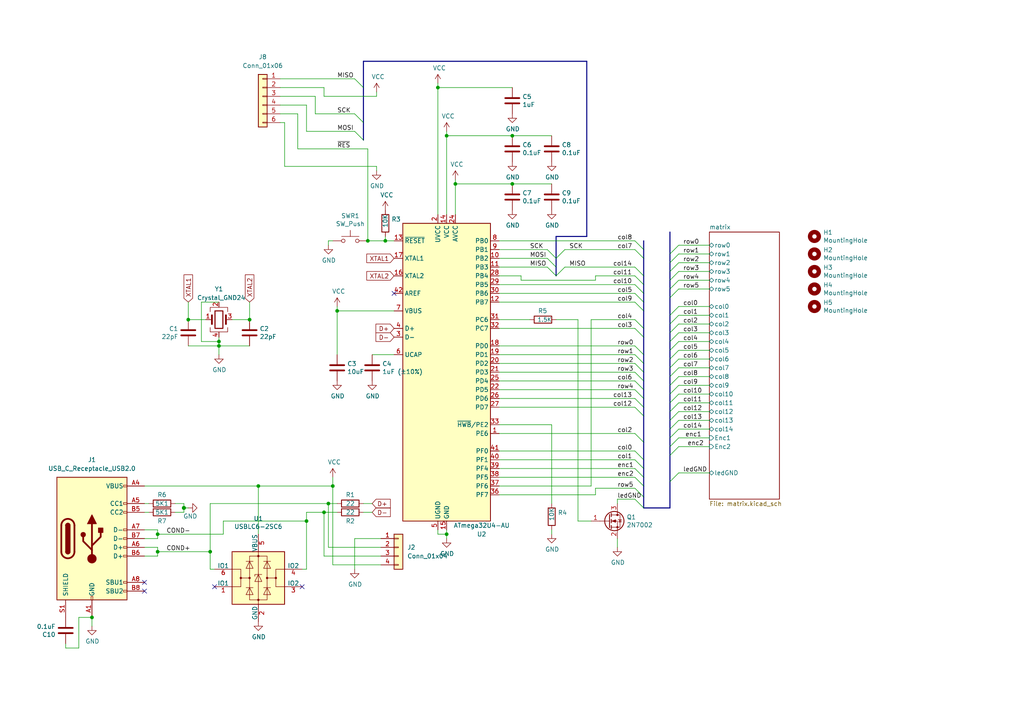
<source format=kicad_sch>
(kicad_sch (version 20250114) (generator "eeschema") (generator_version "9.0")
  (paper "A4")
  (title_block (title "Adelheid") (rev "2.0") (company "floookay"))
  (lib_symbols
    (symbol "Connector:USB_C_Receptacle_USB2.0" (pin_names (offset 1.016))
      (property "Reference" "J" (at -10.16 19.05 0))
      (property "Value" "USB_C_Receptacle_USB2.0" (at 19.05 19.05 0))
      (symbol "USB_C_Receptacle_USB2.0_0_0"
        (rectangle (start -0.254 -17.78) (end 0.254 -16.764))
        (rectangle (start 10.16 15.494) (end 9.144 14.986))
        (rectangle (start 10.16 10.414) (end 9.144 9.906))
        (rectangle (start 10.16 7.874) (end 9.144 7.366))
        (rectangle (start 10.16 2.794) (end 9.144 2.286))
        (rectangle (start 10.16 0.254) (end 9.144 -0.254))
        (rectangle (start 10.16 -2.286) (end 9.144 -2.794))
        (rectangle (start 10.16 -4.826) (end 9.144 -5.334))
        (rectangle (start 10.16 -12.446) (end 9.144 -12.954))
        (rectangle (start 10.16 -14.986) (end 9.144 -15.494))
      )
      (symbol "USB_C_Receptacle_USB2.0_0_1"
        (rectangle (start -10.16 17.78) (end 10.16 -17.78) (stroke (width 0.254)) (fill (type background)))
        (polyline (pts (xy -8.89 -3.81) (xy -8.89 3.81)) (stroke (width 0.508)))
        (rectangle (start -7.62 -3.81) (end -6.35 3.81) (stroke (width 0.254)) (fill (type outline)))
        (arc (start -7.62 3.81) (mid -6.985 4.4423) (end -6.35 3.81) (stroke (width 0.254)))
        (arc (start -7.62 3.81) (mid -6.985 4.4423) (end -6.35 3.81) (stroke (width 0.254)) (fill (type outline)))
        (arc (start -8.89 3.81) (mid -6.985 5.7067) (end -5.08 3.81) (stroke (width 0.508)))
        (arc (start -5.08 -3.81) (mid -6.985 -5.7067) (end -8.89 -3.81) (stroke (width 0.508)))
        (arc (start -6.35 -3.81) (mid -6.985 -4.4423) (end -7.62 -3.81) (stroke (width 0.254)))
        (arc (start -6.35 -3.81) (mid -6.985 -4.4423) (end -7.62 -3.81) (stroke (width 0.254)) (fill (type outline)))
        (polyline (pts (xy -5.08 3.81) (xy -5.08 -3.81)) (stroke (width 0.508)))
        (circle (center -2.54 1.143) (radius 0.635) (stroke (width 0.254)) (fill (type outline)))
        (polyline (pts (xy -1.27 4.318) (xy 0 6.858) (xy 1.27 4.318) (xy -1.27 4.318)) (stroke (width 0.254)) (fill (type outline)))
        (polyline (pts (xy 0 -2.032) (xy 2.54 0.508) (xy 2.54 1.778)) (stroke (width 0.508)))
        (polyline (pts (xy 0 -3.302) (xy -2.54 -0.762) (xy -2.54 0.508)) (stroke (width 0.508)))
        (polyline (pts (xy 0 -5.842) (xy 0 4.318)) (stroke (width 0.508)))
        (circle (center 0 -5.842) (radius 1.27) (fill (type outline)))
        (rectangle (start 1.905 1.778) (end 3.175 3.048) (stroke (width 0.254)) (fill (type outline)))
      )
      (symbol "USB_C_Receptacle_USB2.0_1_1"
        (pin passive line (at -7.62 -22.86 90) (length 5.08) (name "SHIELD") (number "S1"))
        (pin passive line (at 0 -22.86 90) (length 5.08) (name "GND") (number "A1"))
        (pin passive line (at 0 -22.86 90) (length 5.08) (hide yes) (name "GND") (number "A12"))
        (pin passive line (at 0 -22.86 90) (length 5.08) (hide yes) (name "GND") (number "B1"))
        (pin passive line (at 0 -22.86 90) (length 5.08) (hide yes) (name "GND") (number "B12"))
        (pin passive line (at 15.24 15.24 180) (length 5.08) (name "VBUS") (number "A4"))
        (pin passive line (at 15.24 15.24 180) (length 5.08) (hide yes) (name "VBUS") (number "A9"))
        (pin passive line (at 15.24 15.24 180) (length 5.08) (hide yes) (name "VBUS") (number "B4"))
        (pin passive line (at 15.24 15.24 180) (length 5.08) (hide yes) (name "VBUS") (number "B9"))
        (pin bidirectional line (at 15.24 10.16 180) (length 5.08) (name "CC1") (number "A5"))
        (pin bidirectional line (at 15.24 7.62 180) (length 5.08) (name "CC2") (number "B5"))
        (pin bidirectional line (at 15.24 2.54 180) (length 5.08) (name "D-") (number "A7"))
        (pin bidirectional line (at 15.24 0 180) (length 5.08) (name "D-") (number "B7"))
        (pin bidirectional line (at 15.24 -2.54 180) (length 5.08) (name "D+") (number "A6"))
        (pin bidirectional line (at 15.24 -5.08 180) (length 5.08) (name "D+") (number "B6"))
        (pin bidirectional line (at 15.24 -12.7 180) (length 5.08) (name "SBU1") (number "A8"))
        (pin bidirectional line (at 15.24 -15.24 180) (length 5.08) (name "SBU2") (number "B8"))
      )
    )
    (symbol "Connector_Generic:Conn_01x04" (pin_names (offset 1.016) (hide yes))
      (property "Reference" "J" (at 0 5.08 0))
      (property "Value" "Conn_01x04" (at 0 -7.62 0))
      (symbol "Conn_01x04_1_1"
        (rectangle (start -1.27 3.81) (end 1.27 -6.35) (stroke (width 0.254)) (fill (type background)))
        (rectangle (start -1.27 2.667) (end 0 2.413) (stroke (width 0.1524)))
        (rectangle (start -1.27 0.127) (end 0 -0.127) (stroke (width 0.1524)))
        (rectangle (start -1.27 -2.413) (end 0 -2.667) (stroke (width 0.1524)))
        (rectangle (start -1.27 -4.953) (end 0 -5.207) (stroke (width 0.1524)))
        (pin passive line (at -5.08 2.54 0) (length 3.81) (name "Pin_1") (number "1"))
        (pin passive line (at -5.08 0 0) (length 3.81) (name "Pin_2") (number "2"))
        (pin passive line (at -5.08 -2.54 0) (length 3.81) (name "Pin_3") (number "3"))
        (pin passive line (at -5.08 -5.08 0) (length 3.81) (name "Pin_4") (number "4"))
      )
    )
    (symbol "Connector_Generic:Conn_01x06" (pin_names (offset 1.016) (hide yes))
      (property "Reference" "J" (at 0 7.62 0))
      (property "Value" "Conn_01x06" (at 0 -10.16 0))
      (symbol "Conn_01x06_1_1"
        (rectangle (start -1.27 6.35) (end 1.27 -8.89) (stroke (width 0.254)) (fill (type background)))
        (rectangle (start -1.27 5.207) (end 0 4.953) (stroke (width 0.1524)))
        (rectangle (start -1.27 2.667) (end 0 2.413) (stroke (width 0.1524)))
        (rectangle (start -1.27 0.127) (end 0 -0.127) (stroke (width 0.1524)))
        (rectangle (start -1.27 -2.413) (end 0 -2.667) (stroke (width 0.1524)))
        (rectangle (start -1.27 -4.953) (end 0 -5.207) (stroke (width 0.1524)))
        (rectangle (start -1.27 -7.493) (end 0 -7.747) (stroke (width 0.1524)))
        (pin passive line (at -5.08 5.08 0) (length 3.81) (name "Pin_1") (number "1"))
        (pin passive line (at -5.08 2.54 0) (length 3.81) (name "Pin_2") (number "2"))
        (pin passive line (at -5.08 0 0) (length 3.81) (name "Pin_3") (number "3"))
        (pin passive line (at -5.08 -2.54 0) (length 3.81) (name "Pin_4") (number "4"))
        (pin passive line (at -5.08 -5.08 0) (length 3.81) (name "Pin_5") (number "5"))
        (pin passive line (at -5.08 -7.62 0) (length 3.81) (name "Pin_6") (number "6"))
      )
    )
    (symbol "Device:C" (pin_numbers (hide yes)) (pin_names (offset 0.254))
      (property "Reference" "C" (at 0.635 2.54 0))
      (property "Value" "C" (at 0.635 -2.54 0))
      (symbol "C_0_1"
        (polyline (pts (xy -2.032 0.762) (xy 2.032 0.762)) (stroke (width 0.508)))
        (polyline (pts (xy -2.032 -0.762) (xy 2.032 -0.762)) (stroke (width 0.508)))
      )
      (symbol "C_1_1"
        (pin passive line (at 0 3.81 270) (length 2.794) (name "~") (number "1"))
        (pin passive line (at 0 -3.81 90) (length 2.794) (name "~") (number "2"))
      )
    )
    (symbol "Device:Crystal_GND24" (pin_names (offset 1.016) (hide yes))
      (property "Reference" "Y" (at 3.175 5.08 0))
      (property "Value" "Crystal_GND24" (at 3.175 3.175 0))
      (symbol "Crystal_GND24_0_1"
        (polyline (pts (xy -2.54 2.286) (xy -2.54 3.556) (xy 2.54 3.556) (xy 2.54 2.286)))
        (polyline (pts (xy -2.54 0) (xy -2.032 0)))
        (polyline (pts (xy -2.54 -2.286) (xy -2.54 -3.556) (xy 2.54 -3.556) (xy 2.54 -2.286)))
        (polyline (pts (xy -2.032 -1.27) (xy -2.032 1.27)) (stroke (width 0.508)))
        (rectangle (start -1.143 2.54) (end 1.143 -2.54) (stroke (width 0.3048)))
        (polyline (pts (xy 0 3.556) (xy 0 3.81)))
        (polyline (pts (xy 0 -3.81) (xy 0 -3.556)))
        (polyline (pts (xy 2.032 0) (xy 2.54 0)))
        (polyline (pts (xy 2.032 -1.27) (xy 2.032 1.27)) (stroke (width 0.508)))
      )
      (symbol "Crystal_GND24_1_1"
        (pin passive line (at -3.81 0 0) (length 1.27) (name "1") (number "1"))
        (pin passive line (at 0 5.08 270) (length 1.27) (name "2") (number "2"))
        (pin passive line (at 0 -5.08 90) (length 1.27) (name "4") (number "4"))
        (pin passive line (at 3.81 0 180) (length 1.27) (name "3") (number "3"))
      )
    )
    (symbol "Device:R" (pin_numbers (hide yes)) (pin_names (offset 0))
      (property "Reference" "R" (at 2.032 0 90))
      (property "Value" "R" (at 0 0 90))
      (symbol "R_0_1"
        (rectangle (start -1.016 -2.54) (end 1.016 2.54) (stroke (width 0.254)))
      )
      (symbol "R_1_1"
        (pin passive line (at 0 3.81 270) (length 1.27) (name "~") (number "1"))
        (pin passive line (at 0 -3.81 90) (length 1.27) (name "~") (number "2"))
      )
    )
    (symbol "Mechanical:MountingHole" (pin_names (offset 1.016))
      (property "Reference" "H" (at 0 5.08 0))
      (property "Value" "MountingHole" (at 0 3.175 0))
      (symbol "MountingHole_0_1"
        (circle (center 0 0) (radius 1.27) (stroke (width 1.27)))
      )
    )
    (symbol "Switch:SW_Push" (pin_numbers (hide yes)) (pin_names (offset 1.016) (hide yes))
      (property "Reference" "SW" (at 1.27 2.54 0))
      (property "Value" "SW_Push" (at 0 -1.524 0))
      (symbol "SW_Push_0_1"
        (circle (center -2.032 0) (radius 0.508))
        (polyline (pts (xy 0 1.27) (xy 0 3.048)))
        (circle (center 2.032 0) (radius 0.508))
        (polyline (pts (xy 2.54 1.27) (xy -2.54 1.27)))
        (pin passive line (at -5.08 0 0) (length 2.54) (name "1") (number "1"))
        (pin passive line (at 5.08 0 180) (length 2.54) (name "2") (number "2"))
      )
    )
    (symbol "Transistor_FET:2N7002" (pin_names (hide yes))
      (property "Reference" "Q" (at 5.08 1.905 0))
      (property "Value" "2N7002" (at 5.08 0 0))
      (symbol "2N7002_0_1"
        (polyline (pts (xy 0.254 1.905) (xy 0.254 -1.905)) (stroke (width 0.254)))
        (polyline (pts (xy 0.254 0) (xy -2.54 0)))
        (polyline (pts (xy 0.762 2.286) (xy 0.762 1.27)) (stroke (width 0.254)))
        (polyline (pts (xy 0.762 0.508) (xy 0.762 -0.508)) (stroke (width 0.254)))
        (polyline (pts (xy 0.762 -1.27) (xy 0.762 -2.286)) (stroke (width 0.254)))
        (polyline (pts (xy 0.762 -1.778) (xy 3.302 -1.778) (xy 3.302 1.778) (xy 0.762 1.778)))
        (polyline (pts (xy 1.016 0) (xy 2.032 0.381) (xy 2.032 -0.381) (xy 1.016 0)) (fill (type outline)))
        (circle (center 1.651 0) (radius 2.794) (stroke (width 0.254)))
        (polyline (pts (xy 2.54 2.54) (xy 2.54 1.778)))
        (circle (center 2.54 1.778) (radius 0.254) (fill (type outline)))
        (circle (center 2.54 -1.778) (radius 0.254) (fill (type outline)))
        (polyline (pts (xy 2.54 -2.54) (xy 2.54 0) (xy 0.762 0)))
        (polyline (pts (xy 2.794 0.508) (xy 2.921 0.381) (xy 3.683 0.381) (xy 3.81 0.254)))
        (polyline (pts (xy 3.302 0.381) (xy 2.921 -0.254) (xy 3.683 -0.254) (xy 3.302 0.381)))
      )
      (symbol "2N7002_1_1"
        (pin input line (at -5.08 0 0) (length 2.54) (name "G") (number "1"))
        (pin passive line (at 2.54 5.08 270) (length 2.54) (name "D") (number "3"))
        (pin passive line (at 2.54 -5.08 90) (length 2.54) (name "S") (number "2"))
      )
    )
    (symbol "keeb-comps:ATmega32U4-AU-MCU_Microchip_ATmega"
      (property "Reference" "U" (at -12.7 44.45 0))
      (property "Value" "adelheid-rescue_ATmega32U4-AU-MCU_Microchip_ATmega" (at 2.54 -44.45 0))
      (symbol "ATmega32U4-AU-MCU_Microchip_ATmega_0_1"
        (rectangle (start -12.7 -43.18) (end 12.7 43.18) (stroke (width 0.254)) (fill (type background)))
      )
      (symbol "ATmega32U4-AU-MCU_Microchip_ATmega_1_1"
        (pin input line (at -15.24 38.1 0) (length 2.54) (name "~{RESET}") (number "13"))
        (pin input line (at -15.24 33.02 0) (length 2.54) (name "XTAL1") (number "17"))
        (pin output line (at -15.24 27.94 0) (length 2.54) (name "XTAL2") (number "16"))
        (pin passive line (at -15.24 22.86 0) (length 2.54) (name "AREF") (number "42"))
        (pin input line (at -15.24 17.78 0) (length 2.54) (name "VBUS") (number "7"))
        (pin bidirectional line (at -15.24 12.7 0) (length 2.54) (name "D+") (number "4"))
        (pin bidirectional line (at -15.24 10.16 0) (length 2.54) (name "D-") (number "3"))
        (pin passive line (at -15.24 5.08 0) (length 2.54) (name "UCAP") (number "6"))
        (pin power_in line (at -2.54 45.72 270) (length 2.54) (name "UVCC") (number "2"))
        (pin passive line (at -2.54 -45.72 90) (length 2.54) (name "UGND") (number "5"))
        (pin power_in line (at 0 45.72 270) (length 2.54) (name "VCC") (number "14"))
        (pin passive line (at 0 45.72 270) (length 2.54) (hide yes) (name "VCC") (number "34"))
        (pin power_in line (at 0 -45.72 90) (length 2.54) (name "GND") (number "15"))
        (pin passive line (at 0 -45.72 90) (length 2.54) (hide yes) (name "GND") (number "23"))
        (pin passive line (at 0 -45.72 90) (length 2.54) (hide yes) (name "GND") (number "35"))
        (pin passive line (at 0 -45.72 90) (length 2.54) (hide yes) (name "GND") (number "43"))
        (pin power_in line (at 2.54 45.72 270) (length 2.54) (name "AVCC") (number "24"))
        (pin passive line (at 2.54 45.72 270) (length 2.54) (hide yes) (name "AVCC") (number "44"))
        (pin tri_state line (at 15.24 38.1 180) (length 2.54) (name "PB0") (number "8"))
        (pin tri_state line (at 15.24 35.56 180) (length 2.54) (name "PB1") (number "9"))
        (pin tri_state line (at 15.24 33.02 180) (length 2.54) (name "PB2") (number "10"))
        (pin tri_state line (at 15.24 30.48 180) (length 2.54) (name "PB3") (number "11"))
        (pin tri_state line (at 15.24 27.94 180) (length 2.54) (name "PB4") (number "28"))
        (pin tri_state line (at 15.24 25.4 180) (length 2.54) (name "PB5") (number "29"))
        (pin tri_state line (at 15.24 22.86 180) (length 2.54) (name "PB6") (number "30"))
        (pin tri_state line (at 15.24 20.32 180) (length 2.54) (name "PB7") (number "12"))
        (pin tri_state line (at 15.24 15.24 180) (length 2.54) (name "PC6") (number "31"))
        (pin tri_state line (at 15.24 12.7 180) (length 2.54) (name "PC7") (number "32"))
        (pin tri_state line (at 15.24 7.62 180) (length 2.54) (name "PD0") (number "18"))
        (pin tri_state line (at 15.24 5.08 180) (length 2.54) (name "PD1") (number "19"))
        (pin tri_state line (at 15.24 2.54 180) (length 2.54) (name "PD2") (number "20"))
        (pin tri_state line (at 15.24 0 180) (length 2.54) (name "PD3") (number "21"))
        (pin tri_state line (at 15.24 -2.54 180) (length 2.54) (name "PD4") (number "25"))
        (pin tri_state line (at 15.24 -5.08 180) (length 2.54) (name "PD5") (number "22"))
        (pin tri_state line (at 15.24 -7.62 180) (length 2.54) (name "PD6") (number "26"))
        (pin tri_state line (at 15.24 -10.16 180) (length 2.54) (name "PD7") (number "27"))
        (pin tri_state line (at 15.24 -15.24 180) (length 2.54) (name "~{HWB}/PE2") (number "33"))
        (pin tri_state line (at 15.24 -17.78 180) (length 2.54) (name "PE6") (number "1"))
        (pin tri_state line (at 15.24 -22.86 180) (length 2.54) (name "PF0") (number "41"))
        (pin tri_state line (at 15.24 -25.4 180) (length 2.54) (name "PF1") (number "40"))
        (pin tri_state line (at 15.24 -27.94 180) (length 2.54) (name "PF4") (number "39"))
        (pin tri_state line (at 15.24 -30.48 180) (length 2.54) (name "PF5") (number "38"))
        (pin tri_state line (at 15.24 -33.02 180) (length 2.54) (name "PF6") (number "37"))
        (pin tri_state line (at 15.24 -35.56 180) (length 2.54) (name "PF7") (number "36"))
      )
    )
    (symbol "keeb-comps:USBLC6-2SC6-Power_Protection-adelheid-rescue" (pin_names (offset 0))
      (property "Reference" "U" (at 5.08 8.89 0))
      (property "Value" "adelheid-rescue_USBLC6-2SC6-Power_Protection" (at 10.16 -10.16 0))
      (symbol "USBLC6-2SC6-Power_Protection-adelheid-rescue_0_1"
        (rectangle (start -7.62 -7.62) (end 7.62 7.62) (stroke (width 0.254)) (fill (type background)))
        (polyline (pts (xy -5.08 2.54) (xy -7.62 2.54)))
        (circle (center -5.08 0) (radius 0.254) (fill (type outline)))
        (polyline (pts (xy -5.08 0) (xy -5.08 -2.54)))
        (polyline (pts (xy -5.08 -2.54) (xy -7.62 -2.54)))
        (polyline (pts (xy -3.556 2.794) (xy -1.524 2.794) (xy -2.54 4.826) (xy -3.556 2.794)))
        (polyline (pts (xy -3.556 -4.826) (xy -1.524 -4.826) (xy -2.54 -2.794) (xy -3.556 -4.826)))
        (rectangle (start -2.54 6.35) (end 2.54 -6.35))
        (circle (center -2.54 0) (radius 0.254) (fill (type outline)))
        (polyline (pts (xy -2.54 0) (xy -5.08 0) (xy -5.08 2.54)))
        (polyline (pts (xy -1.524 4.826) (xy -3.556 4.826)))
        (polyline (pts (xy -1.524 -2.794) (xy -3.556 -2.794)))
        (polyline (pts (xy -1.016 -1.016) (xy 1.016 -1.016) (xy 0 1.016) (xy -1.016 -1.016)))
        (circle (center 0 6.35) (radius 0.254) (fill (type outline)))
        (polyline (pts (xy 0 6.35) (xy 0 7.62)))
        (polyline (pts (xy 0 1.27) (xy 0 6.35)))
        (polyline (pts (xy 0 -6.35) (xy 0 1.27)))
        (circle (center 0 -6.35) (radius 0.254) (fill (type outline)))
        (polyline (pts (xy 0 -7.62) (xy 0 -6.35)))
        (polyline (pts (xy 1.016 1.016) (xy 0.762 1.016) (xy -1.016 1.016) (xy -1.016 0.508)))
        (polyline (pts (xy 1.524 4.826) (xy 3.556 4.826)))
        (polyline (pts (xy 1.524 -2.794) (xy 3.556 -2.794)))
        (polyline (pts (xy 2.54 0) (xy 5.08 0) (xy 5.08 2.54)))
        (circle (center 2.54 0) (radius 0.254) (fill (type outline)))
        (polyline (pts (xy 3.556 2.794) (xy 1.524 2.794) (xy 2.54 4.826) (xy 3.556 2.794)))
        (polyline (pts (xy 3.556 -4.826) (xy 1.524 -4.826) (xy 2.54 -2.794) (xy 3.556 -4.826)))
        (polyline (pts (xy 5.08 2.54) (xy 7.62 2.54)))
        (polyline (pts (xy 5.08 0) (xy 5.08 -2.54)))
        (circle (center 5.08 0) (radius 0.254) (fill (type outline)))
        (polyline (pts (xy 5.08 -2.54) (xy 7.62 -2.54)))
      )
      (symbol "USBLC6-2SC6-Power_Protection-adelheid-rescue_1_1"
        (pin passive line (at -12.7 2.54 0) (length 5.08) (name "IO1") (number "6"))
        (pin passive line (at -12.7 -2.54 0) (length 5.08) (name "IO1") (number "1"))
        (pin passive line (at 0 12.7 270) (length 5.08) (name "VBUS") (number "5"))
        (pin passive line (at 0 -12.7 90) (length 5.08) (name "GND") (number "2"))
        (pin passive line (at 12.7 2.54 180) (length 5.08) (name "IO2") (number "4"))
        (pin passive line (at 12.7 -2.54 180) (length 5.08) (name "IO2") (number "3"))
      )
    )
    (symbol "power:GND" (power) (pin_names (offset 0))
      (property "Value" "GND" (at 0 -3.81 0))
      (symbol "GND_0_1"
        (polyline (pts (xy 0 0) (xy 0 -1.27) (xy 1.27 -1.27) (xy 0 -2.54) (xy -1.27 -1.27) (xy 0 -1.27)))
      )
      (symbol "GND_1_1"
        (pin power_in line (at 0 0 270) (length 0) (hide yes) (name "GND") (number "1"))
      )
    )
    (symbol "power:VCC" (power) (pin_names (offset 0))
      (property "Value" "VCC" (at 0 3.81 0))
      (symbol "VCC_0_1"
        (polyline (pts (xy -0.762 1.27) (xy 0 2.54)))
        (polyline (pts (xy 0 2.54) (xy 0.762 1.27)))
        (polyline (pts (xy 0 0) (xy 0 2.54)))
      )
      (symbol "VCC_1_1"
        (pin power_in line (at 0 0 90) (length 0) (hide yes) (name "VCC") (number "1"))
      )
    )
  )
  (junction (at 53.34 147.32) (diameter 1.016))
  (junction (at 26.67 179.07))
  (junction (at 106.68 69.85))
  (junction (at 60.96 160.02))
  (junction (at 45.72 160.02))
  (junction (at 148.59 39.37))
  (junction (at 63.5 99.06))
  (junction (at 96.52 140.97))
  (junction (at 88.9 151.13))
  (junction (at 129.54 39.37))
  (junction (at 74.93 140.97))
  (junction (at 63.5 100.33))
  (junction (at 129.54 154.94))
  (junction (at 97.79 90.17))
  (junction (at 148.59 53.34))
  (junction (at 95.25 146.05))
  (junction (at 111.76 69.85))
  (junction (at 132.08 53.34))
  (junction (at 72.39 92.71))
  (junction (at 54.61 92.71))
  (junction (at 127 25.4))
  (junction (at 93.98 148.59))
  (junction (at 45.72 154.94))
  (no_connect (at 41.91 168.91))
  (no_connect (at 114.3 85.09))
  (no_connect (at 62.23 170.18))
  (no_connect (at 41.91 171.45))
  (no_connect (at 87.63 170.18))
  (bus_entry (at 184.15 130.81) (size 2.54 2.54))
  (bus_entry (at 102.87 38.1) (size 2.54 2.54))
  (bus_entry (at 184.15 118.11) (size 2.54 2.54))
  (bus_entry (at 184.15 77.47) (size 2.54 2.54))
  (bus_entry (at 194.31 116.84) (size 2.54 -2.54))
  (bus_entry (at 194.31 109.22) (size 2.54 -2.54))
  (bus_entry (at 184.15 133.35) (size 2.54 2.54))
  (bus_entry (at 184.15 100.33) (size 2.54 2.54))
  (bus_entry (at 194.31 111.76) (size 2.54 -2.54))
  (bus_entry (at 102.87 22.86) (size 2.54 2.54))
  (bus_entry (at 194.31 81.28) (size 2.54 -2.54))
  (bus_entry (at 194.31 93.98) (size 2.54 -2.54))
  (bus_entry (at 194.31 83.82) (size 2.54 -2.54))
  (bus_entry (at 184.15 72.39) (size 2.54 2.54))
  (bus_entry (at 184.15 102.87) (size 2.54 2.54))
  (bus_entry (at 194.31 104.14) (size 2.54 -2.54))
  (bus_entry (at 194.31 121.92) (size 2.54 -2.54))
  (bus_entry (at 184.15 80.01) (size 2.54 2.54))
  (bus_entry (at 194.31 73.66) (size 2.54 -2.54))
  (bus_entry (at 194.31 101.6) (size 2.54 -2.54))
  (bus_entry (at 184.15 135.89) (size 2.54 2.54))
  (bus_entry (at 184.15 87.63) (size 2.54 2.54))
  (bus_entry (at 194.31 139.7) (size 2.54 -2.54))
  (bus_entry (at 194.31 78.74) (size 2.54 -2.54))
  (bus_entry (at 194.31 91.44) (size 2.54 -2.54))
  (bus_entry (at 194.31 76.2) (size 2.54 -2.54))
  (bus_entry (at 184.15 138.43) (size 2.54 2.54))
  (bus_entry (at 186.69 147.32) (size -2.54 -2.54))
  (bus_entry (at 184.15 115.57) (size 2.54 2.54))
  (bus_entry (at 194.31 124.46) (size 2.54 -2.54))
  (bus_entry (at 194.31 132.08) (size 2.54 -2.54))
  (bus_entry (at 184.15 85.09) (size 2.54 2.54))
  (bus_entry (at 184.15 107.95) (size 2.54 2.54))
  (bus_entry (at 194.31 86.36) (size 2.54 -2.54))
  (bus_entry (at 184.15 82.55) (size 2.54 2.54))
  (bus_entry (at 184.15 92.71) (size 2.54 2.54))
  (bus_entry (at 194.31 114.3) (size 2.54 -2.54))
  (bus_entry (at 184.15 125.73) (size 2.54 2.54))
  (bus_entry (at 194.31 106.68) (size 2.54 -2.54))
  (bus_entry (at 158.75 72.39) (size 2.54 2.54))
  (bus_entry (at 194.31 99.06) (size 2.54 -2.54))
  (bus_entry (at 194.31 129.54) (size 2.54 -2.54))
  (bus_entry (at 184.15 95.25) (size 2.54 2.54))
  (bus_entry (at 158.75 77.47) (size 2.54 2.54))
  (bus_entry (at 184.15 69.85) (size 2.54 2.54))
  (bus_entry (at 194.31 96.52) (size 2.54 -2.54))
  (bus_entry (at 184.15 110.49) (size 2.54 2.54))
  (bus_entry (at 158.75 74.93) (size 2.54 2.54))
  (bus_entry (at 161.29 74.93) (size 2.54 -2.54))
  (bus_entry (at 194.31 127) (size 2.54 -2.54))
  (bus_entry (at 102.87 33.02) (size 2.54 2.54))
  (bus_entry (at 194.31 119.38) (size 2.54 -2.54))
  (bus_entry (at 184.15 105.41) (size 2.54 2.54))
  (bus_entry (at 161.29 80.01) (size 2.54 -2.54))
  (bus_entry (at 186.69 144.145) (size -2.54 -2.54))
  (bus_entry (at 184.15 113.03) (size 2.54 2.54))
  (wire (pts (xy 88.9 151.13) (xy 88.9 165.1)))
  (bus (pts (xy 161.29 74.93) (xy 161.29 77.47)))
  (wire (pts (xy 127 153.67) (xy 127 154.94)))
  (wire (pts (xy 196.85 109.22) (xy 205.74 109.22)))
  (bus (pts (xy 194.31 78.74) (xy 194.31 81.28)))
  (bus (pts (xy 186.69 118.11) (xy 186.69 120.65)))
  (wire (pts (xy 93.98 161.29) (xy 110.49 161.29)))
  (wire (pts (xy 67.31 92.71) (xy 72.39 92.71)))
  (wire (pts (xy 163.83 77.47) (xy 184.15 77.47)))
  (wire (pts (xy 161.29 92.71) (xy 167.64 92.71)))
  (bus (pts (xy 194.31 111.76) (xy 194.31 114.3)))
  (bus (pts (xy 194.31 86.36) (xy 194.31 91.44)))
  (wire (pts (xy 172.72 141.605) (xy 172.72 143.51)))
  (wire (pts (xy 96.52 163.83) (xy 110.49 163.83)))
  (wire (pts (xy 163.83 72.39) (xy 184.15 72.39)))
  (wire (pts (xy 196.85 93.98) (xy 205.74 93.98)))
  (bus (pts (xy 194.31 104.14) (xy 194.31 106.68)))
  (wire (pts (xy 19.05 187.96) (xy 22.86 187.96)))
  (wire (pts (xy 60.96 165.1) (xy 60.96 160.02)))
  (wire (pts (xy 144.78 115.57) (xy 184.15 115.57)))
  (bus (pts (xy 194.31 81.28) (xy 194.31 83.82)))
  (wire (pts (xy 205.74 73.66) (xy 196.85 73.66)))
  (wire (pts (xy 196.85 76.2) (xy 205.74 76.2)))
  (bus (pts (xy 105.41 35.56) (xy 105.41 40.64)))
  (wire (pts (xy 41.91 140.97) (xy 74.93 140.97)))
  (wire (pts (xy 179.07 144.78) (xy 179.07 146.05)))
  (wire (pts (xy 93.98 161.29) (xy 93.98 148.59)))
  (wire (pts (xy 144.78 135.89) (xy 184.15 135.89)))
  (bus (pts (xy 105.41 17.78) (xy 105.41 25.4)))
  (wire (pts (xy 91.44 27.94) (xy 91.44 33.02)))
  (bus (pts (xy 194.31 121.92) (xy 194.31 124.46)))
  (wire (pts (xy 96.52 138.43) (xy 96.52 140.97)))
  (wire (pts (xy 45.72 160.02) (xy 45.72 161.29)))
  (wire (pts (xy 144.78 143.51) (xy 172.72 143.51)))
  (wire (pts (xy 97.79 90.17) (xy 97.79 102.87)))
  (wire (pts (xy 88.9 148.59) (xy 88.9 151.13)))
  (wire (pts (xy 74.93 140.97) (xy 74.93 154.94)))
  (bus (pts (xy 186.69 105.41) (xy 186.69 107.95)))
  (bus (pts (xy 194.31 109.22) (xy 194.31 111.76)))
  (wire (pts (xy 41.91 161.29) (xy 45.72 161.29)))
  (wire (pts (xy 96.52 69.85) (xy 95.25 69.85)))
  (wire (pts (xy 109.22 48.26) (xy 109.22 49.53)))
  (wire (pts (xy 196.85 106.68) (xy 205.74 106.68)))
  (wire (pts (xy 196.85 78.74) (xy 205.74 78.74)))
  (wire (pts (xy 45.72 154.94) (xy 45.72 156.21)))
  (bus (pts (xy 194.31 127) (xy 194.31 129.54)))
  (wire (pts (xy 95.25 146.05) (xy 97.79 146.05)))
  (wire (pts (xy 196.85 104.14) (xy 205.74 104.14)))
  (bus (pts (xy 105.41 25.4) (xy 105.41 35.56)))
  (bus (pts (xy 161.29 77.47) (xy 161.29 80.01)))
  (bus (pts (xy 194.31 83.82) (xy 194.31 86.36)))
  (wire (pts (xy 82.55 48.26) (xy 82.55 35.56)))
  (wire (pts (xy 196.85 99.06) (xy 205.74 99.06)))
  (wire (pts (xy 127 154.94) (xy 129.54 154.94)))
  (wire (pts (xy 54.61 92.71) (xy 59.69 92.71)))
  (wire (pts (xy 196.85 111.76) (xy 205.74 111.76)))
  (wire (pts (xy 58.42 87.63) (xy 58.42 99.06)))
  (wire (pts (xy 93.98 148.59) (xy 97.79 148.59)))
  (wire (pts (xy 110.49 156.21) (xy 102.87 156.21)))
  (wire (pts (xy 144.78 77.47) (xy 158.75 77.47)))
  (wire (pts (xy 26.67 179.07) (xy 26.67 181.61)))
  (wire (pts (xy 144.78 107.95) (xy 184.15 107.95)))
  (wire (pts (xy 144.78 85.09) (xy 184.15 85.09)))
  (wire (pts (xy 91.44 33.02) (xy 102.87 33.02)))
  (wire (pts (xy 53.34 147.32) (xy 53.34 148.59)))
  (wire (pts (xy 54.61 100.33) (xy 63.5 100.33)))
  (wire (pts (xy 132.08 52.07) (xy 132.08 53.34)))
  (wire (pts (xy 160.02 154.94) (xy 160.02 153.67)))
  (wire (pts (xy 54.61 92.71) (xy 54.61 87.63)))
  (wire (pts (xy 144.78 105.41) (xy 184.15 105.41)))
  (wire (pts (xy 132.08 53.34) (xy 132.08 62.23)))
  (wire (pts (xy 144.78 100.33) (xy 184.15 100.33)))
  (wire (pts (xy 95.25 158.75) (xy 110.49 158.75)))
  (wire (pts (xy 45.72 160.02) (xy 60.96 160.02)))
  (wire (pts (xy 45.72 154.94) (xy 64.77 154.94)))
  (wire (pts (xy 54.61 147.32) (xy 53.34 147.32)))
  (wire (pts (xy 22.86 187.96) (xy 22.86 179.07)))
  (wire (pts (xy 41.91 153.67) (xy 45.72 153.67)))
  (wire (pts (xy 86.36 43.18) (xy 106.68 43.18)))
  (bus (pts (xy 161.29 68.58) (xy 161.29 74.93)))
  (wire (pts (xy 45.72 153.67) (xy 45.72 154.94)))
  (bus (pts (xy 186.69 85.09) (xy 186.69 87.63)))
  (bus (pts (xy 186.69 82.55) (xy 186.69 85.09)))
  (wire (pts (xy 88.9 148.59) (xy 93.98 148.59)))
  (wire (pts (xy 196.85 91.44) (xy 205.74 91.44)))
  (wire (pts (xy 196.85 129.54) (xy 205.74 129.54)))
  (wire (pts (xy 144.78 123.19) (xy 160.02 123.19)))
  (wire (pts (xy 144.78 125.73) (xy 184.15 125.73)))
  (wire (pts (xy 96.52 140.97) (xy 74.93 140.97)))
  (wire (pts (xy 93.98 27.94) (xy 93.98 25.4)))
  (wire (pts (xy 111.76 68.58) (xy 111.76 69.85)))
  (wire (pts (xy 63.5 87.63) (xy 58.42 87.63)))
  (wire (pts (xy 172.72 141.605) (xy 184.15 141.605)))
  (wire (pts (xy 151.13 81.28) (xy 172.72 81.28)))
  (bus (pts (xy 194.31 67.31) (xy 194.31 73.66)))
  (wire (pts (xy 81.28 33.02) (xy 86.36 33.02)))
  (wire (pts (xy 196.85 127) (xy 205.74 127)))
  (wire (pts (xy 81.28 22.86) (xy 102.87 22.86)))
  (wire (pts (xy 144.78 113.03) (xy 184.15 113.03)))
  (wire (pts (xy 144.78 133.35) (xy 184.15 133.35)))
  (wire (pts (xy 167.64 92.71) (xy 167.64 151.13)))
  (wire (pts (xy 167.64 151.13) (xy 171.45 151.13)))
  (wire (pts (xy 81.28 27.94) (xy 91.44 27.94)))
  (wire (pts (xy 106.68 43.18) (xy 106.68 69.85)))
  (wire (pts (xy 144.78 87.63) (xy 184.15 87.63)))
  (wire (pts (xy 97.79 90.17) (xy 97.79 88.9)))
  (wire (pts (xy 132.08 53.34) (xy 148.59 53.34)))
  (wire (pts (xy 144.78 95.25) (xy 184.15 95.25)))
  (bus (pts (xy 194.31 91.44) (xy 194.31 93.98)))
  (wire (pts (xy 88.9 30.48) (xy 81.28 30.48)))
  (wire (pts (xy 43.18 146.05) (xy 41.91 146.05)))
  (bus (pts (xy 194.31 99.06) (xy 194.31 101.6)))
  (wire (pts (xy 144.78 140.97) (xy 171.45 140.97)))
  (wire (pts (xy 43.18 148.59) (xy 41.91 148.59)))
  (wire (pts (xy 129.54 153.67) (xy 129.54 154.94)))
  (wire (pts (xy 86.36 33.02) (xy 86.36 43.18)))
  (wire (pts (xy 129.54 38.1) (xy 129.54 39.37)))
  (wire (pts (xy 106.68 69.85) (xy 111.76 69.85)))
  (wire (pts (xy 196.85 119.38) (xy 205.74 119.38)))
  (wire (pts (xy 60.96 146.05) (xy 95.25 146.05)))
  (wire (pts (xy 105.41 148.59) (xy 107.95 148.59)))
  (wire (pts (xy 87.63 165.1) (xy 88.9 165.1)))
  (wire (pts (xy 127 24.13) (xy 127 25.4)))
  (bus (pts (xy 186.69 107.95) (xy 186.69 110.49)))
  (wire (pts (xy 196.85 101.6) (xy 205.74 101.6)))
  (wire (pts (xy 93.98 27.94) (xy 109.22 27.94)))
  (wire (pts (xy 45.72 158.75) (xy 45.72 160.02)))
  (wire (pts (xy 22.86 179.07) (xy 26.67 179.07)))
  (wire (pts (xy 111.76 69.85) (xy 114.3 69.85)))
  (bus (pts (xy 186.69 113.03) (xy 186.69 115.57)))
  (wire (pts (xy 88.9 38.1) (xy 102.87 38.1)))
  (wire (pts (xy 205.74 71.12) (xy 196.85 71.12)))
  (wire (pts (xy 95.25 69.85) (xy 95.25 71.12)))
  (bus (pts (xy 186.69 135.89) (xy 186.69 138.43)))
  (wire (pts (xy 72.39 92.71) (xy 72.39 87.63)))
  (wire (pts (xy 82.55 48.26) (xy 109.22 48.26)))
  (wire (pts (xy 196.85 124.46) (xy 205.74 124.46)))
  (bus (pts (xy 186.69 97.79) (xy 186.69 102.87)))
  (wire (pts (xy 64.77 151.13) (xy 88.9 151.13)))
  (wire (pts (xy 53.34 146.05) (xy 53.34 147.32)))
  (bus (pts (xy 105.41 17.78) (xy 170.18 17.78)))
  (wire (pts (xy 88.9 38.1) (xy 88.9 30.48)))
  (wire (pts (xy 50.8 148.59) (xy 53.34 148.59)))
  (wire (pts (xy 160.02 123.19) (xy 160.02 146.05)))
  (wire (pts (xy 148.59 25.4) (xy 127 25.4)))
  (wire (pts (xy 129.54 39.37) (xy 148.59 39.37)))
  (wire (pts (xy 196.85 81.28) (xy 205.74 81.28)))
  (wire (pts (xy 129.54 154.94) (xy 129.54 156.21)))
  (wire (pts (xy 144.78 110.49) (xy 184.15 110.49)))
  (wire (pts (xy 107.95 102.87) (xy 114.3 102.87)))
  (wire (pts (xy 196.85 96.52) (xy 205.74 96.52)))
  (bus (pts (xy 194.31 96.52) (xy 194.31 99.06)))
  (bus (pts (xy 186.69 147.32) (xy 194.31 147.32)))
  (wire (pts (xy 41.91 156.21) (xy 45.72 156.21)))
  (wire (pts (xy 144.78 102.87) (xy 184.15 102.87)))
  (bus (pts (xy 186.69 140.97) (xy 186.69 144.145)))
  (wire (pts (xy 102.87 156.21) (xy 102.87 165.1)))
  (wire (pts (xy 95.25 158.75) (xy 95.25 146.05)))
  (wire (pts (xy 144.78 118.11) (xy 184.15 118.11)))
  (wire (pts (xy 105.41 146.05) (xy 107.95 146.05)))
  (wire (pts (xy 171.45 140.97) (xy 171.45 92.71)))
  (wire (pts (xy 196.85 116.84) (xy 205.74 116.84)))
  (bus (pts (xy 194.31 116.84) (xy 194.31 119.38)))
  (bus (pts (xy 186.69 80.01) (xy 186.69 82.55)))
  (wire (pts (xy 196.85 83.82) (xy 205.74 83.82)))
  (bus (pts (xy 186.69 138.43) (xy 186.69 140.97)))
  (wire (pts (xy 172.72 80.01) (xy 172.72 81.28)))
  (wire (pts (xy 82.55 35.56) (xy 81.28 35.56)))
  (wire (pts (xy 72.39 100.33) (xy 63.5 100.33)))
  (bus (pts (xy 194.31 106.68) (xy 194.31 109.22)))
  (wire (pts (xy 196.85 88.9) (xy 205.74 88.9)))
  (wire (pts (xy 144.78 130.81) (xy 184.15 130.81)))
  (bus (pts (xy 194.31 139.7) (xy 194.31 147.32)))
  (bus (pts (xy 186.69 102.87) (xy 186.69 105.41)))
  (wire (pts (xy 63.5 102.87) (xy 63.5 100.33)))
  (bus (pts (xy 186.69 128.27) (xy 186.69 133.35)))
  (wire (pts (xy 196.85 114.3) (xy 205.74 114.3)))
  (wire (pts (xy 144.78 82.55) (xy 184.15 82.55)))
  (wire (pts (xy 41.91 158.75) (xy 45.72 158.75)))
  (wire (pts (xy 96.52 140.97) (xy 96.52 163.83)))
  (wire (pts (xy 151.13 80.01) (xy 151.13 81.28)))
  (bus (pts (xy 186.69 120.65) (xy 186.69 128.27)))
  (bus (pts (xy 186.69 95.25) (xy 186.69 97.79)))
  (bus (pts (xy 186.69 69.85) (xy 186.69 72.39)))
  (bus (pts (xy 186.69 110.49) (xy 186.69 113.03)))
  (wire (pts (xy 127 25.4) (xy 127 62.23)))
  (wire (pts (xy 144.78 74.93) (xy 158.75 74.93)))
  (wire (pts (xy 184.15 80.01) (xy 172.72 80.01)))
  (wire (pts (xy 144.78 138.43) (xy 184.15 138.43)))
  (bus (pts (xy 194.31 124.46) (xy 194.31 127)))
  (wire (pts (xy 144.78 80.01) (xy 151.13 80.01)))
  (wire (pts (xy 19.05 187.96) (xy 19.05 186.69)))
  (bus (pts (xy 170.18 17.78) (xy 170.18 68.58)))
  (wire (pts (xy 129.54 39.37) (xy 129.54 62.23)))
  (wire (pts (xy 144.78 69.85) (xy 184.15 69.85)))
  (wire (pts (xy 171.45 92.71) (xy 184.15 92.71)))
  (wire (pts (xy 109.22 27.94) (xy 109.22 26.67)))
  (bus (pts (xy 194.31 132.08) (xy 194.31 139.7)))
  (bus (pts (xy 186.69 90.17) (xy 186.69 95.25)))
  (bus (pts (xy 161.29 68.58) (xy 170.18 68.58)))
  (wire (pts (xy 62.23 165.1) (xy 60.96 165.1)))
  (bus (pts (xy 194.31 119.38) (xy 194.31 121.92)))
  (wire (pts (xy 196.85 121.92) (xy 205.74 121.92)))
  (bus (pts (xy 186.69 144.145) (xy 186.69 147.32)))
  (wire (pts (xy 196.85 137.16) (xy 205.74 137.16)))
  (wire (pts (xy 64.77 154.94) (xy 64.77 151.13)))
  (bus (pts (xy 194.31 76.2) (xy 194.31 78.74)))
  (wire (pts (xy 148.59 53.34) (xy 160.02 53.34)))
  (wire (pts (xy 60.96 160.02) (xy 60.96 146.05)))
  (bus (pts (xy 194.31 114.3) (xy 194.31 116.84)))
  (bus (pts (xy 194.31 73.66) (xy 194.31 76.2)))
  (wire (pts (xy 179.07 156.21) (xy 179.07 158.75)))
  (bus (pts (xy 186.69 133.35) (xy 186.69 135.89)))
  (wire (pts (xy 50.8 146.05) (xy 53.34 146.05)))
  (wire (pts (xy 179.07 144.78) (xy 184.15 144.78)))
  (bus (pts (xy 194.31 101.6) (xy 194.31 104.14)))
  (wire (pts (xy 93.98 25.4) (xy 81.28 25.4)))
  (bus (pts (xy 186.69 74.93) (xy 186.69 80.01)))
  (wire (pts (xy 114.3 90.17) (xy 97.79 90.17)))
  (wire (pts (xy 63.5 99.06) (xy 63.5 97.79)))
  (wire (pts (xy 148.59 39.37) (xy 160.02 39.37)))
  (bus (pts (xy 186.69 115.57) (xy 186.69 118.11)))
  (bus (pts (xy 194.31 129.54) (xy 194.31 132.08)))
  (wire (pts (xy 63.5 100.33) (xy 63.5 99.06)))
  (wire (pts (xy 58.42 99.06) (xy 63.5 99.06)))
  (bus (pts (xy 194.31 93.98) (xy 194.31 96.52)))
  (wire (pts (xy 158.75 72.39) (xy 144.78 72.39)))
  (bus (pts (xy 186.69 72.39) (xy 186.69 74.93)))
  (bus (pts (xy 186.69 87.63) (xy 186.69 90.17)))
  (wire (pts (xy 144.78 92.71) (xy 153.67 92.71)))
  (label "SCK" (at 165.1 72.39 0))
  (label "col2" (at 198.12 93.98 0))
  (label "col1" (at 198.12 91.44 0))
  (label "col4" (at 179.07 92.71 0))
  (label "MISO" (at 153.67 77.47 0))
  (label "col4" (at 198.12 99.06 0))
  (label "col9" (at 198.12 111.76 0))
  (label "col14" (at 198.12 124.46 0))
  (label "enc1" (at 179.07 135.89 0))
  (label "ledGND" (at 179.07 144.78 0))
  (label "row2" (at 179.07 105.41 0))
  (label "enc1" (at 198.755 127 0))
  (label "SCK" (at 97.79 33.02 0))
  (label "MOSI" (at 153.67 74.93 0))
  (label "col7" (at 198.12 106.68 0))
  (label "col8" (at 179.07 69.85 0))
  (label "col7" (at 179.07 72.39 0))
  (label "SCK" (at 153.67 72.39 0))
  (label "col8" (at 198.12 109.22 0))
  (label "row3" (at 198.12 78.74 0))
  (label "col10" (at 177.8 82.55 0))
  (label "row0" (at 198.12 71.12 0))
  (label "col1" (at 179.07 133.35 0))
  (label "COND-" (at 48.26 154.94 0))
  (label "row1" (at 198.12 73.66 0))
  (label "row3" (at 179.07 107.95 0))
  (label "enc2" (at 179.07 138.43 0))
  (label "col2" (at 179.07 125.73 0))
  (label "MOSI" (at 97.79 38.1 0))
  (label "col12" (at 177.8 118.11 0))
  (label "row2" (at 198.12 76.2 0))
  (label "col0" (at 179.07 130.81 0))
  (label "row4" (at 179.07 113.03 0))
  (label "row4" (at 198.12 81.28 0))
  (label "col3" (at 198.12 96.52 0))
  (label "~{RES}" (at 97.79 43.18 0))
  (label "enc2" (at 199.39 129.54 0))
  (label "col6" (at 179.07 110.49 0))
  (label "row5" (at 179.07 141.605 0))
  (label "row1" (at 179.07 102.87 0))
  (label "col3" (at 179.07 95.25 0))
  (label "col0" (at 198.12 88.9 0))
  (label "MISO" (at 165.1 77.47 0))
  (label "ledGND" (at 198.12 137.16 0))
  (label "col9" (at 179.07 87.63 0))
  (label "col11" (at 177.8 80.01 0))
  (label "col5" (at 198.12 101.6 0))
  (label "col10" (at 198.12 114.3 0))
  (label "col13" (at 177.8 115.57 0))
  (label "row5" (at 198.12 83.82 0))
  (label "col14" (at 177.8 77.47 0))
  (label "row0" (at 179.07 100.33 0))
  (label "col13" (at 198.12 121.92 0))
  (label "col6" (at 198.12 104.14 0))
  (label "MISO" (at 97.79 22.86 0))
  (label "COND+" (at 48.26 160.02 0))
  (label "col5" (at 179.07 85.09 0))
  (label "col11" (at 198.12 116.84 0))
  (label "col12" (at 198.12 119.38 0))
  (global_label "XTAL2" (shape input) (at 72.39 87.63 90) (property "Intersheetrefs" "${INTERSHEET_REFS}" (effects (hide yes))))
  (global_label "XTAL1" (shape input) (at 114.3 74.93 180) (property "Intersheetrefs" "${INTERSHEET_REFS}" (effects (hide yes))))
  (global_label "D+" (shape input) (at 114.3 95.25 180) (property "Intersheetrefs" "${INTERSHEET_REFS}" (effects (hide yes))))
  (global_label "D+" (shape input) (at 107.95 146.05 0) (property "Intersheetrefs" "${INTERSHEET_REFS}" (effects (hide yes))))
  (global_label "D-" (shape input) (at 114.3 97.79 180) (property "Intersheetrefs" "${INTERSHEET_REFS}" (effects (hide yes))))
  (global_label "XTAL1" (shape input) (at 54.61 87.63 90) (property "Intersheetrefs" "${INTERSHEET_REFS}" (effects (hide yes))))
  (global_label "D-" (shape input) (at 107.95 148.59 0) (property "Intersheetrefs" "${INTERSHEET_REFS}" (effects (hide yes))))
  (global_label "XTAL2" (shape input) (at 114.3 80.01 180) (property "Intersheetrefs" "${INTERSHEET_REFS}" (effects (hide yes))))
  (symbol (lib_id "keeb-comps:ATmega32U4-AU-MCU_Microchip_ATmega") (at 129.54 107.95 0) (unit 1)
    (property "Reference" "U2" (at 139.7 154.94 0))
    (property "Value" "ATmega32U4-AU" (at 139.7 152.4 0))
    (property "Footprint" "Package_QFP:TQFP-44_10x10mm_P0.8mm" (effects (hide yes)))
    (property "Datasheet" "http://ww1.microchip.com/downloads/en/DeviceDoc/Atmel-7766-8-bit-AVR-ATmega16U4-32U4_Datasheet.pdf" (effects (hide yes)))
  )
  (symbol (lib_id "keeb-comps:USBLC6-2SC6-Power_Protection-adelheid-rescue") (at 74.93 167.64 0) (unit 1)
    (property "Reference" "U1" (at 74.93 150.4188 0))
    (property "Value" "USBLC6-2SC6" (at 74.93 152.7302 0))
    (property "Footprint" "Package_TO_SOT_SMD:SOT-23-6" (effects (hide yes)))
    (property "Datasheet" "http://www2.st.com/resource/en/datasheet/CD00050750.pdf" (effects (hide yes)))
  )
  (symbol (lib_id "Device:R") (at 101.6 146.05 270) (unit 1)
    (property "Reference" "R1" (at 101.6 143.51 90))
    (property "Value" "22" (at 101.6 146.05 90))
    (property "Footprint" "Resistor_SMD:R_0805_2012Metric_Pad1.15x1.40mm_HandSolder" (effects (hide yes)))
  )
  (symbol (lib_id "Device:R") (at 101.6 148.59 270) (unit 1)
    (property "Reference" "R2" (at 101.6 151.13 90))
    (property "Value" "22" (at 101.6 148.59 90))
    (property "Footprint" "Resistor_SMD:R_0805_2012Metric_Pad1.15x1.40mm_HandSolder" (effects (hide yes)))
  )
  (symbol (lib_id "power:VCC") (at 96.52 138.43 0) (unit 1)
    (property "Reference" "#PWR0101" (effects (hide yes)))
    (property "Value" "VCC" (at 96.9518 134.0358 0))
  )
  (symbol (lib_id "power:GND") (at 26.67 181.61 0) (unit 1)
    (property "Reference" "#PWR0102" (effects (hide yes)))
    (property "Value" "GND" (at 26.797 186.0042 0))
  )
  (symbol (lib_id "power:GND") (at 74.93 180.34 0) (unit 1)
    (property "Reference" "#PWR0103" (effects (hide yes)))
    (property "Value" "GND" (at 75.057 184.7342 0))
  )
  (symbol (lib_id "Device:C") (at 107.95 106.68 0) (unit 1)
    (property "Reference" "C4" (at 110.871 105.5116 0) (effects (justify left)))
    (property "Value" "1uF (±10%)" (at 110.871 107.823 0) (effects (justify left)))
    (property "Footprint" "Capacitor_SMD:C_0603_1608Metric" (effects (hide yes)))
  )
  (symbol (lib_id "power:GND") (at 107.95 110.49 0) (unit 1)
    (property "Reference" "#PWR0104" (effects (hide yes)))
    (property "Value" "GND" (at 108.077 114.8842 0))
  )
  (symbol (lib_id "Device:Crystal_GND24") (at 63.5 92.71 0) (unit 1)
    (property "Reference" "Y1" (at 62.23 83.82 0) (effects (justify left)))
    (property "Value" "Crystal_GND24" (at 57.15 86.36 0) (effects (justify left)))
    (property "Footprint" "Crystal:Crystal_SMD_SeikoEpson_FA238-4Pin_3.2x2.5mm" (effects (hide yes)))
  )
  (symbol (lib_id "Device:C") (at 54.61 96.52 0) (mirror x) (unit 1)
    (property "Reference" "C1" (at 51.7144 95.3516 0) (effects (justify right)))
    (property "Value" "22pF" (at 51.7144 97.663 0) (effects (justify right)))
    (property "Footprint" "Capacitor_SMD:C_0402_1005Metric" (effects (hide yes)))
  )
  (symbol (lib_id "Device:C") (at 72.39 96.52 0) (unit 1)
    (property "Reference" "C2" (at 75.311 95.3516 0) (effects (justify left)))
    (property "Value" "22pF" (at 75.311 97.663 0) (effects (justify left)))
    (property "Footprint" "Capacitor_SMD:C_0402_1005Metric" (effects (hide yes)))
  )
  (symbol (lib_id "power:GND") (at 63.5 102.87 0) (unit 1)
    (property "Reference" "#PWR0105" (effects (hide yes)))
    (property "Value" "GND" (at 63.627 107.2642 0))
  )
  (symbol (lib_id "power:VCC") (at 97.79 88.9 0) (unit 1)
    (property "Reference" "#PWR0106" (effects (hide yes)))
    (property "Value" "VCC" (at 98.2218 84.5058 0))
  )
  (symbol (lib_id "Device:C") (at 97.79 106.68 0) (unit 1)
    (property "Reference" "C3" (at 100.711 105.5116 0) (effects (justify left)))
    (property "Value" "10uF" (at 100.711 107.823 0) (effects (justify left)))
    (property "Footprint" "Capacitors_SMD:C_0805_HandSoldering" (effects (hide yes)))
  )
  (symbol (lib_id "power:GND") (at 97.79 110.49 0) (unit 1)
    (property "Reference" "#PWR0107" (effects (hide yes)))
    (property "Value" "GND" (at 97.917 114.8842 0))
  )
  (symbol (lib_id "Switch:SW_Push") (at 101.6 69.85 0) (unit 1)
    (property "Reference" "SWR1" (at 101.6 62.611 0))
    (property "Value" "SW_Push" (at 101.6 64.9224 0))
    (property "Footprint" "Buttons_Switches_SMD:SW_SPST_TL3342" (effects (hide yes)))
  )
  (symbol (lib_id "power:GND") (at 95.25 71.12 0) (unit 1)
    (property "Reference" "#PWR0108" (effects (hide yes)))
    (property "Value" "GND" (at 95.377 75.5142 0))
  )
  (symbol (lib_id "Device:R") (at 111.76 64.77 0) (unit 1)
    (property "Reference" "R3" (at 113.538 63.6016 0) (effects (justify left)))
    (property "Value" "10K" (at 111.76 66.04 90) (effects (justify left)))
    (property "Footprint" "Resistor_SMD:R_0805_2012Metric_Pad1.15x1.40mm_HandSolder" (effects (hide yes)))
  )
  (symbol (lib_id "power:VCC") (at 111.76 60.96 0) (unit 1)
    (property "Reference" "#PWR0109" (effects (hide yes)))
    (property "Value" "VCC" (at 112.1918 56.5658 0))
  )
  (symbol (lib_id "power:GND") (at 148.59 33.02 0) (unit 1)
    (property "Reference" "#PWR0113" (effects (hide yes)))
    (property "Value" "GND" (at 148.717 37.4142 0))
  )
  (symbol (lib_id "power:VCC") (at 127 24.13 0) (unit 1)
    (property "Reference" "#PWR0110" (effects (hide yes)))
    (property "Value" "VCC" (at 127.4318 19.7358 0))
  )
  (symbol (lib_id "power:GND") (at 160.02 60.96 0) (unit 1)
    (property "Reference" "#PWR0111" (effects (hide yes)))
    (property "Value" "GND" (at 160.147 65.3542 0))
  )
  (symbol (lib_id "power:GND") (at 160.02 46.99 0) (unit 1)
    (property "Reference" "#PWR0112" (effects (hide yes)))
    (property "Value" "GND" (at 160.147 51.3842 0))
  )
  (symbol (lib_id "Device:C") (at 148.59 29.21 0) (unit 1)
    (property "Reference" "C5" (at 151.511 28.0416 0) (effects (justify left)))
    (property "Value" "1uF" (at 151.511 30.353 0) (effects (justify left)))
    (property "Footprint" "Capacitor_SMD:C_0603_1608Metric" (effects (hide yes)))
  )
  (symbol (lib_id "Device:C") (at 148.59 43.18 0) (unit 1)
    (property "Reference" "C6" (at 151.511 42.0116 0) (effects (justify left)))
    (property "Value" "0.1uF" (at 151.511 44.323 0) (effects (justify left)))
    (property "Footprint" "Capacitor_SMD:C_0402_1005Metric" (effects (hide yes)))
  )
  (symbol (lib_id "power:GND") (at 148.59 46.99 0) (unit 1)
    (property "Reference" "#PWR0114" (effects (hide yes)))
    (property "Value" "GND" (at 148.717 51.3842 0))
  )
  (symbol (lib_id "Device:C") (at 160.02 43.18 0) (unit 1)
    (property "Reference" "C8" (at 162.941 42.0116 0) (effects (justify left)))
    (property "Value" "0.1uF" (at 162.941 44.323 0) (effects (justify left)))
    (property "Footprint" "Capacitor_SMD:C_0402_1005Metric" (effects (hide yes)))
  )
  (symbol (lib_id "Device:C") (at 148.59 57.15 0) (unit 1)
    (property "Reference" "C7" (at 151.511 55.9816 0) (effects (justify left)))
    (property "Value" "0.1uF" (at 151.511 58.293 0) (effects (justify left)))
    (property "Footprint" "Capacitor_SMD:C_0402_1005Metric" (effects (hide yes)))
  )
  (symbol (lib_id "power:GND") (at 148.59 60.96 0) (unit 1)
    (property "Reference" "#PWR0115" (effects (hide yes)))
    (property "Value" "GND" (at 148.717 65.3542 0))
  )
  (symbol (lib_id "Device:C") (at 160.02 57.15 0) (unit 1)
    (property "Reference" "C9" (at 162.941 55.9816 0) (effects (justify left)))
    (property "Value" "0.1uF" (at 162.941 58.293 0) (effects (justify left)))
    (property "Footprint" "Capacitor_SMD:C_0402_1005Metric" (effects (hide yes)))
  )
  (symbol (lib_id "Device:R") (at 160.02 149.86 0) (unit 1)
    (property "Reference" "R4" (at 161.798 148.6916 0) (effects (justify left)))
    (property "Value" "10K" (at 160.02 151.13 90) (effects (justify left)))
    (property "Footprint" "Resistor_SMD:R_0805_2012Metric_Pad1.15x1.40mm_HandSolder" (effects (hide yes)))
  )
  (symbol (lib_id "power:GND") (at 160.02 154.94 0) (unit 1)
    (property "Reference" "#PWR0119" (effects (hide yes)))
    (property "Value" "GND" (at 160.147 159.3342 0))
  )
  (symbol (lib_id "power:GND") (at 129.54 156.21 0) (unit 1)
    (property "Reference" "#PWR0116" (effects (hide yes)))
    (property "Value" "GND" (at 129.667 160.6042 0))
  )
  (symbol (lib_id "power:VCC") (at 129.54 38.1 0) (unit 1)
    (property "Reference" "#PWR0117" (effects (hide yes)))
    (property "Value" "VCC" (at 129.9718 33.7058 0))
  )
  (symbol (lib_id "power:VCC") (at 132.08 52.07 0) (unit 1)
    (property "Reference" "#PWR0118" (effects (hide yes)))
    (property "Value" "VCC" (at 132.5118 47.6758 0))
  )
  (symbol (lib_id "power:GND") (at 102.87 165.1 0) (unit 1)
    (property "Reference" "#PWR01" (effects (hide yes)))
    (property "Value" "GND" (at 102.997 169.4942 0))
  )
  (symbol (lib_id "Mechanical:MountingHole") (at 236.22 68.58 0) (unit 1)
    (property "Reference" "H1" (at 238.76 67.4116 0) (effects (justify left)))
    (property "Value" "MountingHole" (at 238.76 69.723 0) (effects (justify left)))
    (property "Footprint" "keeb-conn:MountingHole_3.2mm_M3" (effects (hide yes)))
  )
  (symbol (lib_id "Mechanical:MountingHole") (at 236.22 73.66 0) (unit 1)
    (property "Reference" "H2" (at 238.76 72.4916 0) (effects (justify left)))
    (property "Value" "MountingHole" (at 238.76 74.803 0) (effects (justify left)))
    (property "Footprint" "keeb-conn:MountingHole_3.2mm_M3" (effects (hide yes)))
  )
  (symbol (lib_id "Mechanical:MountingHole") (at 236.22 78.74 0) (unit 1)
    (property "Reference" "H3" (at 238.76 77.5716 0) (effects (justify left)))
    (property "Value" "MountingHole" (at 238.76 79.883 0) (effects (justify left)))
    (property "Footprint" "keeb-conn:MountingHole_3.2mm_M3" (effects (hide yes)))
  )
  (symbol (lib_id "Mechanical:MountingHole") (at 236.22 83.82 0) (unit 1)
    (property "Reference" "H4" (at 238.76 82.6516 0) (effects (justify left)))
    (property "Value" "MountingHole" (at 238.76 84.963 0) (effects (justify left)))
    (property "Footprint" "keeb-conn:MountingHole_3.2mm_M3" (effects (hide yes)))
  )
  (symbol (lib_id "Mechanical:MountingHole") (at 236.22 88.9 0) (unit 1)
    (property "Reference" "H5" (at 238.76 87.7316 0) (effects (justify left)))
    (property "Value" "MountingHole" (at 238.76 90.043 0) (effects (justify left)))
    (property "Footprint" "keeb-conn:MountingHole_3.2mm_M3" (effects (hide yes)))
  )
  (symbol (lib_id "power:GND") (at 109.22 49.53 0) (unit 1)
    (property "Reference" "#PWR0120" (effects (hide yes)))
    (property "Value" "GND" (at 109.347 53.9242 0))
  )
  (symbol (lib_id "power:VCC") (at 109.22 26.67 0) (unit 1)
    (property "Reference" "#PWR0121" (effects (hide yes)))
    (property "Value" "VCC" (at 109.6518 22.2758 0))
  )
  (symbol (lib_id "Device:R") (at 157.48 92.71 90) (unit 1)
    (property "Reference" "R5" (at 158.75 90.17 90) (effects (justify left)))
    (property "Value" "1.5K" (at 160.02 92.71 90) (effects (font (size 1.1684 1.1684)) (justify left)))
    (property "Footprint" "Resistor_SMD:R_0805_2012Metric_Pad1.15x1.40mm_HandSolder" (effects (hide yes)))
  )
  (symbol (lib_id "power:GND") (at 179.07 158.75 0) (unit 1)
    (property "Reference" "#PWR0122" (effects (hide yes)))
    (property "Value" "GND" (at 179.197 163.1442 0))
  )
  (symbol (lib_id "Transistor_FET:2N7002") (at 176.53 151.13 0) (unit 1)
    (property "Reference" "Q1" (at 181.737 149.987 0) (effects (justify left)))
    (property "Value" "2N7002" (at 181.737 152.273 0) (effects (justify left)))
    (property "Footprint" "Package_TO_SOT_SMD:SOT-23" (effects (hide yes)))
    (property "Datasheet" "https://www.fairchildsemi.com/datasheets/2N/2N7002.pdf" (effects (hide yes)))
  )
  (symbol (lib_id "Device:R") (at 46.99 146.05 270) (unit 1)
    (property "Reference" "R6" (at 46.99 143.51 90))
    (property "Value" "5K1" (at 46.99 146.05 90))
    (property "Footprint" "Resistor_SMD:R_0603_1608Metric" (effects (hide yes)))
    (property "JLCSMT" "C23186" (effects (hide yes)))
    (property "LCSC" "C23186" (effects (hide yes)))
    (property "MPN" "0603WAF5101T5E" (effects (hide yes)))
    (property "Manufacturer" "Uniroyal Elec" (effects (hide yes)))
  )
  (symbol (lib_id "Device:R") (at 46.99 148.59 90) (unit 1)
    (property "Reference" "R7" (at 46.99 151.13 90))
    (property "Value" "5K1" (at 46.99 148.59 90))
    (property "Footprint" "Resistor_SMD:R_0603_1608Metric" (effects (hide yes)))
    (property "JLCSMT" "C23186" (effects (hide yes)))
    (property "LCSC" "C23186" (effects (hide yes)))
    (property "MPN" "0603WAF5101T5E" (effects (hide yes)))
    (property "Manufacturer" "Uniroyal Elec" (effects (hide yes)))
  )
  (symbol (lib_id "Connector:USB_C_Receptacle_USB2.0") (at 26.67 156.21 0) (unit 1)
    (property "Reference" "J1" (at 26.67 133.35 0))
    (property "Value" "USB_C_Receptacle_USB2.0" (at 26.67 135.89 0))
    (property "Footprint" "keeb-conn:USB_C_Receptacle_HRO_TYPE-C-31-M-12" (effects (hide yes)))
    (property "Datasheet" "https://www.usb.org/sites/default/files/documents/usb_type-c.zip" (effects (hide yes)))
  )
  (symbol (lib_id "Connector_Generic:Conn_01x04") (at 115.57 158.75 0) (unit 1)
    (property "Reference" "J2" (at 118.11 158.7499 0) (effects (justify left)))
    (property "Value" "Conn_01x04" (at 118.11 161.2899 0) (effects (justify left)))
    (property "Footprint" "Connector_PinHeader_2.54mm:PinHeader_1x04_P2.54mm_Vertical" (effects (hide yes)))
    (property "Description" "Generic connector, single row, 01x04, script generated (kicad-library-utils/schlib/autogen/connector/)" (effects (hide yes)))
  )
  (symbol (lib_id "power:GND") (at 54.61 147.32 90) (unit 1)
    (property "Reference" "#PWR02" (effects (hide yes)))
    (property "Value" "GND" (at 55.1942 149.733 90))
  )
  (symbol (lib_id "Connector_Generic:Conn_01x06") (at 76.2 27.94 0) (mirror y) (unit 1)
    (property "Reference" "J8" (at 76.2 16.51 0))
    (property "Value" "Conn_01x06" (at 76.2 19.05 0))
    (property "Footprint" "Connector_PinHeader_2.54mm:PinHeader_1x06_P2.54mm_Vertical" (effects (hide yes)))
    (property "Description" "Generic connector, single row, 01x06, script generated (kicad-library-utils/schlib/autogen/connector/)" (effects (hide yes)))
  )
  (symbol (lib_id "Device:C") (at 19.05 182.88 180) (unit 1)
    (property "Reference" "C10" (at 16.129 184.0484 0) (effects (justify left)))
    (property "Value" "0.1uF" (at 16.129 181.737 0) (effects (justify left)))
    (property "Footprint" "Capacitor_SMD:C_0402_1005Metric" (effects (hide yes)))
  )
  (sheet (at 205.74 67.31) (size 20.32 77.47)
    (property "Sheetname" "matrix" (at 205.74 66.5984 0) (effects (justify left bottom)))
    (property "Sheetfile" "matrix.kicad_sch" (at 205.74 145.3646 0) (effects (justify left top)))
    (pin "row0" tri_state (at 205.74 71.12 180))
    (pin "row1" tri_state (at 205.74 73.66 180))
    (pin "row2" tri_state (at 205.74 76.2 180))
    (pin "row3" tri_state (at 205.74 78.74 180))
    (pin "row4" tri_state (at 205.74 81.28 180))
    (pin "col0" tri_state (at 205.74 88.9 180))
    (pin "col1" tri_state (at 205.74 91.44 180))
    (pin "col2" tri_state (at 205.74 93.98 180))
    (pin "col3" tri_state (at 205.74 96.52 180))
    (pin "col4" tri_state (at 205.74 99.06 180))
    (pin "col5" tri_state (at 205.74 101.6 180))
    (pin "col6" tri_state (at 205.74 104.14 180))
    (pin "col7" tri_state (at 205.74 106.68 180))
    (pin "col8" tri_state (at 205.74 109.22 180))
    (pin "col9" tri_state (at 205.74 111.76 180))
    (pin "col10" tri_state (at 205.74 114.3 180))
    (pin "col11" tri_state (at 205.74 116.84 180))
    (pin "col12" tri_state (at 205.74 119.38 180))
    (pin "col13" tri_state (at 205.74 121.92 180))
    (pin "col14" tri_state (at 205.74 124.46 180))
    (pin "row5" bidirectional (at 205.74 83.82 180))
    (pin "ledGND" bidirectional (at 205.74 137.16 180))
    (pin "Enc1" input (at 205.74 127 180))
    (pin "Enc2" input (at 205.74 129.54 180))
  )
)
</source>
